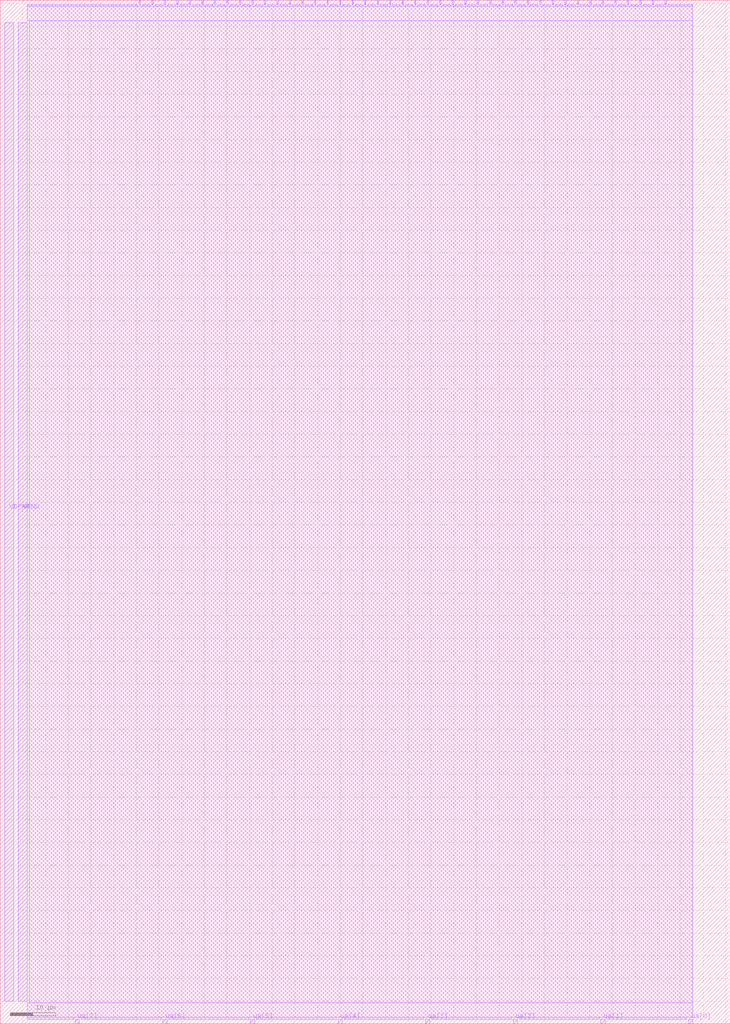
<source format=lef>
VERSION 5.7 ;
  NOWIREEXTENSIONATPIN ON ;
  DIVIDERCHAR "/" ;
  BUSBITCHARS "[]" ;
MACRO tt_um_georgboecherer_vco
  CLASS BLOCK ;
  FOREIGN tt_um_georgboecherer_vco ;
  ORIGIN 0.000 0.000 ;
  SIZE 161.000 BY 225.760 ;
  PIN clk
    DIRECTION INPUT ;
    USE SIGNAL ;
    PORT
      LAYER met4 ;
        RECT 143.830 224.760 144.130 225.760 ;
    END
  END clk
  PIN ena
    DIRECTION INPUT ;
    USE SIGNAL ;
    PORT
      LAYER met4 ;
        RECT 146.590 224.760 146.890 225.760 ;
    END
  END ena
  PIN rst_n
    DIRECTION INPUT ;
    USE SIGNAL ;
    PORT
      LAYER met4 ;
        RECT 141.070 224.760 141.370 225.760 ;
    END
  END rst_n
  PIN ua[0]
    DIRECTION INOUT ;
    USE SIGNAL ;
    PORT
      LAYER met4 ;
        RECT 151.810 0.000 152.710 1.000 ;
    END
  END ua[0]
  PIN ua[1]
    DIRECTION INOUT ;
    USE SIGNAL ;
    PORT
      LAYER met4 ;
        RECT 132.490 0.000 133.390 1.000 ;
    END
  END ua[1]
  PIN ua[2]
    DIRECTION INOUT ;
    USE SIGNAL ;
    PORT
      LAYER met4 ;
        RECT 113.170 0.000 114.070 1.000 ;
    END
  END ua[2]
  PIN ua[3]
    DIRECTION INOUT ;
    USE SIGNAL ;
    PORT
      LAYER met4 ;
        RECT 93.850 0.000 94.750 1.000 ;
    END
  END ua[3]
  PIN ua[4]
    DIRECTION INOUT ;
    USE SIGNAL ;
    PORT
      LAYER met4 ;
        RECT 74.530 0.000 75.430 1.000 ;
    END
  END ua[4]
  PIN ua[5]
    DIRECTION INOUT ;
    USE SIGNAL ;
    PORT
      LAYER met4 ;
        RECT 55.210 0.000 56.110 1.000 ;
    END
  END ua[5]
  PIN ua[6]
    DIRECTION INOUT ;
    USE SIGNAL ;
    PORT
      LAYER met4 ;
        RECT 35.890 0.000 36.790 1.000 ;
    END
  END ua[6]
  PIN ua[7]
    DIRECTION INOUT ;
    USE SIGNAL ;
    PORT
      LAYER met4 ;
        RECT 16.570 0.000 17.470 1.000 ;
    END
  END ua[7]
  PIN ui_in[0]
    DIRECTION INPUT ;
    USE SIGNAL ;
    PORT
      LAYER met4 ;
        RECT 138.310 224.760 138.610 225.760 ;
    END
  END ui_in[0]
  PIN ui_in[1]
    DIRECTION INPUT ;
    USE SIGNAL ;
    PORT
      LAYER met4 ;
        RECT 135.550 224.760 135.850 225.760 ;
    END
  END ui_in[1]
  PIN ui_in[2]
    DIRECTION INPUT ;
    USE SIGNAL ;
    PORT
      LAYER met4 ;
        RECT 132.790 224.760 133.090 225.760 ;
    END
  END ui_in[2]
  PIN ui_in[3]
    DIRECTION INPUT ;
    USE SIGNAL ;
    PORT
      LAYER met4 ;
        RECT 130.030 224.760 130.330 225.760 ;
    END
  END ui_in[3]
  PIN ui_in[4]
    DIRECTION INPUT ;
    USE SIGNAL ;
    PORT
      LAYER met4 ;
        RECT 127.270 224.760 127.570 225.760 ;
    END
  END ui_in[4]
  PIN ui_in[5]
    DIRECTION INPUT ;
    USE SIGNAL ;
    PORT
      LAYER met4 ;
        RECT 124.510 224.760 124.810 225.760 ;
    END
  END ui_in[5]
  PIN ui_in[6]
    DIRECTION INPUT ;
    USE SIGNAL ;
    PORT
      LAYER met4 ;
        RECT 121.750 224.760 122.050 225.760 ;
    END
  END ui_in[6]
  PIN ui_in[7]
    DIRECTION INPUT ;
    USE SIGNAL ;
    PORT
      LAYER met4 ;
        RECT 118.990 224.760 119.290 225.760 ;
    END
  END ui_in[7]
  PIN uio_in[0]
    DIRECTION INPUT ;
    USE SIGNAL ;
    PORT
      LAYER met4 ;
        RECT 116.230 224.760 116.530 225.760 ;
    END
  END uio_in[0]
  PIN uio_in[1]
    DIRECTION INPUT ;
    USE SIGNAL ;
    PORT
      LAYER met4 ;
        RECT 113.470 224.760 113.770 225.760 ;
    END
  END uio_in[1]
  PIN uio_in[2]
    DIRECTION INPUT ;
    USE SIGNAL ;
    PORT
      LAYER met4 ;
        RECT 110.710 224.760 111.010 225.760 ;
    END
  END uio_in[2]
  PIN uio_in[3]
    DIRECTION INPUT ;
    USE SIGNAL ;
    PORT
      LAYER met4 ;
        RECT 107.950 224.760 108.250 225.760 ;
    END
  END uio_in[3]
  PIN uio_in[4]
    DIRECTION INPUT ;
    USE SIGNAL ;
    PORT
      LAYER met4 ;
        RECT 105.190 224.760 105.490 225.760 ;
    END
  END uio_in[4]
  PIN uio_in[5]
    DIRECTION INPUT ;
    USE SIGNAL ;
    PORT
      LAYER met4 ;
        RECT 102.430 224.760 102.730 225.760 ;
    END
  END uio_in[5]
  PIN uio_in[6]
    DIRECTION INPUT ;
    USE SIGNAL ;
    PORT
      LAYER met4 ;
        RECT 99.670 224.760 99.970 225.760 ;
    END
  END uio_in[6]
  PIN uio_in[7]
    DIRECTION INPUT ;
    USE SIGNAL ;
    PORT
      LAYER met4 ;
        RECT 96.910 224.760 97.210 225.760 ;
    END
  END uio_in[7]
  PIN uio_oe[0]
    DIRECTION OUTPUT ;
    USE SIGNAL ;
    PORT
      LAYER met4 ;
        RECT 49.990 224.760 50.290 225.760 ;
    END
  END uio_oe[0]
  PIN uio_oe[1]
    DIRECTION OUTPUT ;
    USE SIGNAL ;
    PORT
      LAYER met4 ;
        RECT 47.230 224.760 47.530 225.760 ;
    END
  END uio_oe[1]
  PIN uio_oe[2]
    DIRECTION OUTPUT ;
    USE SIGNAL ;
    PORT
      LAYER met4 ;
        RECT 44.470 224.760 44.770 225.760 ;
    END
  END uio_oe[2]
  PIN uio_oe[3]
    DIRECTION OUTPUT ;
    USE SIGNAL ;
    PORT
      LAYER met4 ;
        RECT 41.710 224.760 42.010 225.760 ;
    END
  END uio_oe[3]
  PIN uio_oe[4]
    DIRECTION OUTPUT ;
    USE SIGNAL ;
    PORT
      LAYER met4 ;
        RECT 38.950 224.760 39.250 225.760 ;
    END
  END uio_oe[4]
  PIN uio_oe[5]
    DIRECTION OUTPUT ;
    USE SIGNAL ;
    PORT
      LAYER met4 ;
        RECT 36.190 224.760 36.490 225.760 ;
    END
  END uio_oe[5]
  PIN uio_oe[6]
    DIRECTION OUTPUT ;
    USE SIGNAL ;
    PORT
      LAYER met4 ;
        RECT 33.430 224.760 33.730 225.760 ;
    END
  END uio_oe[6]
  PIN uio_oe[7]
    DIRECTION OUTPUT ;
    USE SIGNAL ;
    PORT
      LAYER met4 ;
        RECT 30.670 224.760 30.970 225.760 ;
    END
  END uio_oe[7]
  PIN uio_out[0]
    DIRECTION OUTPUT ;
    USE SIGNAL ;
    PORT
      LAYER met4 ;
        RECT 72.070 224.760 72.370 225.760 ;
    END
  END uio_out[0]
  PIN uio_out[1]
    DIRECTION OUTPUT ;
    USE SIGNAL ;
    PORT
      LAYER met4 ;
        RECT 69.310 224.760 69.610 225.760 ;
    END
  END uio_out[1]
  PIN uio_out[2]
    DIRECTION OUTPUT ;
    USE SIGNAL ;
    PORT
      LAYER met4 ;
        RECT 66.550 224.760 66.850 225.760 ;
    END
  END uio_out[2]
  PIN uio_out[3]
    DIRECTION OUTPUT ;
    USE SIGNAL ;
    PORT
      LAYER met4 ;
        RECT 63.790 224.760 64.090 225.760 ;
    END
  END uio_out[3]
  PIN uio_out[4]
    DIRECTION OUTPUT ;
    USE SIGNAL ;
    PORT
      LAYER met4 ;
        RECT 61.030 224.760 61.330 225.760 ;
    END
  END uio_out[4]
  PIN uio_out[5]
    DIRECTION OUTPUT ;
    USE SIGNAL ;
    PORT
      LAYER met4 ;
        RECT 58.270 224.760 58.570 225.760 ;
    END
  END uio_out[5]
  PIN uio_out[6]
    DIRECTION OUTPUT ;
    USE SIGNAL ;
    PORT
      LAYER met4 ;
        RECT 55.510 224.760 55.810 225.760 ;
    END
  END uio_out[6]
  PIN uio_out[7]
    DIRECTION OUTPUT ;
    USE SIGNAL ;
    PORT
      LAYER met4 ;
        RECT 52.750 224.760 53.050 225.760 ;
    END
  END uio_out[7]
  PIN uo_out[0]
    DIRECTION OUTPUT ;
    USE SIGNAL ;
    PORT
      LAYER met4 ;
        RECT 94.150 224.760 94.450 225.760 ;
    END
  END uo_out[0]
  PIN uo_out[1]
    DIRECTION OUTPUT ;
    USE SIGNAL ;
    PORT
      LAYER met4 ;
        RECT 91.390 224.760 91.690 225.760 ;
    END
  END uo_out[1]
  PIN uo_out[2]
    DIRECTION OUTPUT ;
    USE SIGNAL ;
    PORT
      LAYER met4 ;
        RECT 88.630 224.760 88.930 225.760 ;
    END
  END uo_out[2]
  PIN uo_out[3]
    DIRECTION OUTPUT ;
    USE SIGNAL ;
    PORT
      LAYER met4 ;
        RECT 85.870 224.760 86.170 225.760 ;
    END
  END uo_out[3]
  PIN uo_out[4]
    DIRECTION OUTPUT ;
    USE SIGNAL ;
    PORT
      LAYER met4 ;
        RECT 83.110 224.760 83.410 225.760 ;
    END
  END uo_out[4]
  PIN uo_out[5]
    DIRECTION OUTPUT ;
    USE SIGNAL ;
    PORT
      LAYER met4 ;
        RECT 80.350 224.760 80.650 225.760 ;
    END
  END uo_out[5]
  PIN uo_out[6]
    DIRECTION OUTPUT ;
    USE SIGNAL ;
    PORT
      LAYER met4 ;
        RECT 77.590 224.760 77.890 225.760 ;
    END
  END uo_out[6]
  PIN uo_out[7]
    DIRECTION OUTPUT ;
    USE SIGNAL ;
    PORT
      LAYER met4 ;
        RECT 74.830 224.760 75.130 225.760 ;
    END
  END uo_out[7]
  PIN VDPWR
    DIRECTION INOUT ;
    USE POWER ;
    PORT
      LAYER met4 ;
        RECT 1.000 5.000 3.000 220.760 ;
    END
  END VDPWR
  PIN VGND
    DIRECTION INOUT ;
    USE GROUND ;
    PORT
      LAYER met4 ;
        RECT 4.000 5.000 6.000 220.760 ;
    END
  END VGND
  OBS
      LAYER met4 ;
        RECT 6.000 224.360 30.270 224.760 ;
        RECT 31.370 224.360 33.030 224.760 ;
        RECT 34.130 224.360 35.790 224.760 ;
        RECT 36.890 224.360 38.550 224.760 ;
        RECT 39.650 224.360 41.310 224.760 ;
        RECT 42.410 224.360 44.070 224.760 ;
        RECT 45.170 224.360 46.830 224.760 ;
        RECT 47.930 224.360 49.590 224.760 ;
        RECT 50.690 224.360 52.350 224.760 ;
        RECT 53.450 224.360 55.110 224.760 ;
        RECT 56.210 224.360 57.870 224.760 ;
        RECT 58.970 224.360 60.630 224.760 ;
        RECT 61.730 224.360 63.390 224.760 ;
        RECT 64.490 224.360 66.150 224.760 ;
        RECT 67.250 224.360 68.910 224.760 ;
        RECT 70.010 224.360 71.670 224.760 ;
        RECT 72.770 224.360 74.430 224.760 ;
        RECT 75.530 224.360 77.190 224.760 ;
        RECT 78.290 224.360 79.950 224.760 ;
        RECT 81.050 224.360 82.710 224.760 ;
        RECT 83.810 224.360 85.470 224.760 ;
        RECT 86.570 224.360 88.230 224.760 ;
        RECT 89.330 224.360 90.990 224.760 ;
        RECT 92.090 224.360 93.750 224.760 ;
        RECT 94.850 224.360 96.510 224.760 ;
        RECT 97.610 224.360 99.270 224.760 ;
        RECT 100.370 224.360 102.030 224.760 ;
        RECT 103.130 224.360 104.790 224.760 ;
        RECT 105.890 224.360 107.550 224.760 ;
        RECT 108.650 224.360 110.310 224.760 ;
        RECT 111.410 224.360 113.070 224.760 ;
        RECT 114.170 224.360 115.830 224.760 ;
        RECT 116.930 224.360 118.590 224.760 ;
        RECT 119.690 224.360 121.350 224.760 ;
        RECT 122.450 224.360 124.110 224.760 ;
        RECT 125.210 224.360 126.870 224.760 ;
        RECT 127.970 224.360 129.630 224.760 ;
        RECT 130.730 224.360 132.390 224.760 ;
        RECT 133.490 224.360 135.150 224.760 ;
        RECT 136.250 224.360 137.910 224.760 ;
        RECT 139.010 224.360 140.670 224.760 ;
        RECT 141.770 224.360 143.430 224.760 ;
        RECT 144.530 224.360 146.190 224.760 ;
        RECT 147.290 224.360 152.710 224.760 ;
        RECT 6.000 221.160 152.710 224.360 ;
        RECT 6.400 4.600 152.710 221.160 ;
        RECT 6.000 1.400 152.710 4.600 ;
        RECT 6.000 1.000 16.170 1.400 ;
        RECT 17.870 1.000 35.490 1.400 ;
        RECT 37.190 1.000 54.810 1.400 ;
        RECT 56.510 1.000 74.130 1.400 ;
        RECT 75.830 1.000 93.450 1.400 ;
        RECT 95.150 1.000 112.770 1.400 ;
        RECT 114.470 1.000 132.090 1.400 ;
        RECT 133.790 1.000 151.410 1.400 ;
  END
END tt_um_georgboecherer_vco
END LIBRARY


</source>
